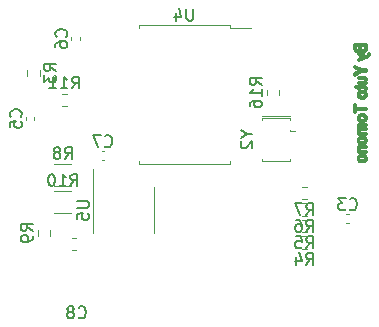
<source format=gbr>
%TF.GenerationSoftware,KiCad,Pcbnew,(5.1.7)-1*%
%TF.CreationDate,2021-02-02T18:20:17+09:00*%
%TF.ProjectId,canboard,63616e62-6f61-4726-942e-6b696361645f,rev?*%
%TF.SameCoordinates,Original*%
%TF.FileFunction,Legend,Bot*%
%TF.FilePolarity,Positive*%
%FSLAX46Y46*%
G04 Gerber Fmt 4.6, Leading zero omitted, Abs format (unit mm)*
G04 Created by KiCad (PCBNEW (5.1.7)-1) date 2021-02-02 18:20:17*
%MOMM*%
%LPD*%
G01*
G04 APERTURE LIST*
%ADD10C,0.254000*%
%ADD11C,0.120000*%
%ADD12C,0.150000*%
G04 APERTURE END LIST*
D10*
X243531013Y-43811288D02*
X243528448Y-43778411D01*
X243538707Y-43841492D02*
X243531013Y-43811288D01*
X243551530Y-43869025D02*
X243538707Y-43841492D01*
X243569483Y-43893885D02*
X243551530Y-43869025D01*
X243592565Y-43916072D02*
X243569483Y-43893885D01*
X243624946Y-43937699D02*
X243592565Y-43916072D01*
X243662609Y-43954520D02*
X243624946Y-43937699D01*
X243705550Y-43966536D02*
X243662609Y-43954520D01*
X243753772Y-43973745D02*
X243705550Y-43966536D01*
X243807274Y-43976148D02*
X243753772Y-43973745D01*
X243854978Y-43974267D02*
X243807274Y-43976148D01*
X243898631Y-43968626D02*
X243854978Y-43974267D01*
X243938233Y-43959224D02*
X243898631Y-43968626D01*
X243973782Y-43946061D02*
X243938233Y-43959224D01*
X244005280Y-43929138D02*
X243973782Y-43946061D01*
X244035345Y-43905943D02*
X244005280Y-43929138D01*
X244058728Y-43879138D02*
X244035345Y-43905943D01*
X244075431Y-43848723D02*
X244058728Y-43879138D01*
X244085453Y-43814698D02*
X244075431Y-43848723D01*
X244088793Y-43777064D02*
X244085453Y-43814698D01*
X244086228Y-43744230D02*
X244088793Y-43777064D01*
X244078534Y-43714046D02*
X244086228Y-43744230D01*
X244065711Y-43686514D02*
X244078534Y-43714046D01*
X244047759Y-43661633D02*
X244065711Y-43686514D01*
X244024677Y-43639402D02*
X244047759Y-43661633D01*
X243991972Y-43617823D02*
X244024677Y-43639402D01*
X243953879Y-43601040D02*
X243991972Y-43617823D01*
X243910399Y-43589052D02*
X243953879Y-43601040D01*
X243861530Y-43581859D02*
X243910399Y-43589052D01*
X243807274Y-43579461D02*
X243861530Y-43581859D01*
X243760124Y-43581342D02*
X243807274Y-43579461D01*
X243716950Y-43586983D02*
X243760124Y-43581342D01*
X243677753Y-43596385D02*
X243716950Y-43586983D01*
X243642532Y-43609547D02*
X243677753Y-43596385D01*
X243611288Y-43626471D02*
X243642532Y-43609547D01*
X243581466Y-43649445D02*
X243611288Y-43626471D01*
X243558270Y-43676126D02*
X243581466Y-43649445D01*
X243541703Y-43706514D02*
X243558270Y-43676126D01*
X243531762Y-43740609D02*
X243541703Y-43706514D01*
X243528448Y-43778411D02*
X243531762Y-43740609D01*
X243462813Y-43733050D02*
X243459483Y-43778411D01*
X243472802Y-43690932D02*
X243462813Y-43733050D01*
X243489450Y-43652058D02*
X243472802Y-43690932D01*
X243512759Y-43616428D02*
X243489450Y-43652058D01*
X243542726Y-43584041D02*
X243512759Y-43616428D01*
X243584407Y-43551600D02*
X243542726Y-43584041D01*
X243631972Y-43526369D02*
X243584407Y-43551600D01*
X243685420Y-43508346D02*
X243631972Y-43526369D01*
X243744752Y-43497532D02*
X243685420Y-43508346D01*
X243809968Y-43493928D02*
X243744752Y-43497532D01*
X243866810Y-43496697D02*
X243809968Y-43493928D01*
X243919343Y-43505005D02*
X243866810Y-43496697D01*
X243967565Y-43518852D02*
X243919343Y-43505005D01*
X244011476Y-43538238D02*
X243967565Y-43518852D01*
X244051078Y-43563163D02*
X244011476Y-43538238D01*
X244089483Y-43596762D02*
X244051078Y-43563163D01*
X244119353Y-43634952D02*
X244089483Y-43596762D01*
X244140690Y-43677732D02*
X244119353Y-43634952D01*
X244153491Y-43725102D02*
X244140690Y-43677732D01*
X244157759Y-43777064D02*
X244153491Y-43725102D01*
X244154402Y-43822231D02*
X244157759Y-43777064D01*
X244144332Y-43864197D02*
X244154402Y-43822231D01*
X244127548Y-43902963D02*
X244144332Y-43864197D01*
X244104052Y-43938529D02*
X244127548Y-43902963D01*
X244073842Y-43970894D02*
X244104052Y-43938529D01*
X244031923Y-44003529D02*
X244073842Y-43970894D01*
X243984186Y-44028912D02*
X244031923Y-44003529D01*
X243930630Y-44047042D02*
X243984186Y-44028912D01*
X243871255Y-44057920D02*
X243930630Y-44047042D01*
X243806061Y-44061546D02*
X243871255Y-44057920D01*
X243749386Y-44058728D02*
X243806061Y-44061546D01*
X243696923Y-44050275D02*
X243749386Y-44058728D01*
X243648675Y-44036185D02*
X243696923Y-44050275D01*
X243604639Y-44016460D02*
X243648675Y-44036185D01*
X243564817Y-43991099D02*
X243604639Y-44016460D01*
X243526897Y-43957333D02*
X243564817Y-43991099D01*
X243497403Y-43919181D02*
X243526897Y-43957333D01*
X243476336Y-43876643D02*
X243497403Y-43919181D01*
X243463696Y-43829720D02*
X243476336Y-43876643D01*
X243459483Y-43778411D02*
X243463696Y-43829720D01*
X243476724Y-42761169D02*
X243476724Y-42841449D01*
X244149138Y-42761169D02*
X243476724Y-42761169D01*
X244149138Y-42844009D02*
X244149138Y-42761169D01*
X243676616Y-42844009D02*
X244149138Y-42844009D01*
X243626379Y-42886234D02*
X243676616Y-42844009D01*
X243587306Y-42929397D02*
X243626379Y-42886234D01*
X243559397Y-42973497D02*
X243587306Y-42929397D01*
X243542651Y-43018534D02*
X243559397Y-42973497D01*
X243537069Y-43064510D02*
X243542651Y-43018534D01*
X243543017Y-43109170D02*
X243537069Y-43064510D01*
X243560862Y-43143906D02*
X243543017Y-43109170D01*
X243590603Y-43168718D02*
X243560862Y-43143906D01*
X243632241Y-43183605D02*
X243590603Y-43168718D01*
X243685776Y-43188567D02*
X243632241Y-43183605D01*
X244149138Y-43188567D02*
X243685776Y-43188567D01*
X244149138Y-43272619D02*
X244149138Y-43188567D01*
X243649542Y-43272619D02*
X244149138Y-43272619D01*
X243617893Y-43270792D02*
X243649542Y-43272619D01*
X243588788Y-43265313D02*
X243617893Y-43270792D01*
X243562225Y-43256180D02*
X243588788Y-43265313D01*
X243538206Y-43243394D02*
X243562225Y-43256180D01*
X243516730Y-43226956D02*
X243538206Y-43243394D01*
X243496121Y-43205043D02*
X243516730Y-43226956D01*
X243480092Y-43179930D02*
X243496121Y-43205043D01*
X243468642Y-43151616D02*
X243480092Y-43179930D01*
X243461773Y-43120102D02*
X243468642Y-43151616D01*
X243459483Y-43085388D02*
X243461773Y-43120102D01*
X243465000Y-43033475D02*
X243459483Y-43085388D01*
X243481552Y-42983125D02*
X243465000Y-43033475D01*
X243509138Y-42934337D02*
X243481552Y-42983125D01*
X243547759Y-42887112D02*
X243509138Y-42934337D01*
X243597414Y-42841449D02*
X243547759Y-42887112D01*
X243476724Y-42841449D02*
X243597414Y-42841449D01*
X243531013Y-42285425D02*
X243528448Y-42252548D01*
X243538707Y-42315630D02*
X243531013Y-42285425D01*
X243551530Y-42343163D02*
X243538707Y-42315630D01*
X243569483Y-42368023D02*
X243551530Y-42343163D01*
X243592565Y-42390210D02*
X243569483Y-42368023D01*
X243624946Y-42411837D02*
X243592565Y-42390210D01*
X243662609Y-42428658D02*
X243624946Y-42411837D01*
X243705550Y-42440673D02*
X243662609Y-42428658D01*
X243753772Y-42447883D02*
X243705550Y-42440673D01*
X243807274Y-42450286D02*
X243753772Y-42447883D01*
X243854978Y-42448405D02*
X243807274Y-42450286D01*
X243898631Y-42442764D02*
X243854978Y-42448405D01*
X243938233Y-42433362D02*
X243898631Y-42442764D01*
X243973782Y-42420199D02*
X243938233Y-42433362D01*
X244005280Y-42403276D02*
X243973782Y-42420199D01*
X244035345Y-42380081D02*
X244005280Y-42403276D01*
X244058728Y-42353276D02*
X244035345Y-42380081D01*
X244075431Y-42322861D02*
X244058728Y-42353276D01*
X244085453Y-42288836D02*
X244075431Y-42322861D01*
X244088793Y-42251201D02*
X244085453Y-42288836D01*
X244086228Y-42218367D02*
X244088793Y-42251201D01*
X244078534Y-42188184D02*
X244086228Y-42218367D01*
X244065711Y-42160652D02*
X244078534Y-42188184D01*
X244047759Y-42135770D02*
X244065711Y-42160652D01*
X244024677Y-42113540D02*
X244047759Y-42135770D01*
X243991972Y-42091960D02*
X244024677Y-42113540D01*
X243953879Y-42075177D02*
X243991972Y-42091960D01*
X243910399Y-42063190D02*
X243953879Y-42075177D01*
X243861530Y-42055997D02*
X243910399Y-42063190D01*
X243807274Y-42053599D02*
X243861530Y-42055997D01*
X243760124Y-42055479D02*
X243807274Y-42053599D01*
X243716950Y-42061121D02*
X243760124Y-42055479D01*
X243677753Y-42070523D02*
X243716950Y-42061121D01*
X243642532Y-42083685D02*
X243677753Y-42070523D01*
X243611288Y-42100609D02*
X243642532Y-42083685D01*
X243581466Y-42123583D02*
X243611288Y-42100609D01*
X243558270Y-42150264D02*
X243581466Y-42123583D01*
X243541703Y-42180652D02*
X243558270Y-42150264D01*
X243531762Y-42214747D02*
X243541703Y-42180652D01*
X243528448Y-42252548D02*
X243531762Y-42214747D01*
X243462813Y-42207188D02*
X243459483Y-42252548D01*
X243472802Y-42165070D02*
X243462813Y-42207188D01*
X243489450Y-42126196D02*
X243472802Y-42165070D01*
X243512759Y-42090566D02*
X243489450Y-42126196D01*
X243542726Y-42058179D02*
X243512759Y-42090566D01*
X243584407Y-42025738D02*
X243542726Y-42058179D01*
X243631972Y-42000506D02*
X243584407Y-42025738D01*
X243685420Y-41982483D02*
X243631972Y-42000506D01*
X243744752Y-41971669D02*
X243685420Y-41982483D01*
X243809968Y-41968066D02*
X243744752Y-41971669D01*
X243866810Y-41970834D02*
X243809968Y-41968066D01*
X243919343Y-41979143D02*
X243866810Y-41970834D01*
X243967565Y-41992990D02*
X243919343Y-41979143D01*
X244011476Y-42012376D02*
X243967565Y-41992990D01*
X244051078Y-42037300D02*
X244011476Y-42012376D01*
X244089483Y-42070900D02*
X244051078Y-42037300D01*
X244119353Y-42109089D02*
X244089483Y-42070900D01*
X244140690Y-42151870D02*
X244119353Y-42109089D01*
X244153491Y-42199240D02*
X244140690Y-42151870D01*
X244157759Y-42251201D02*
X244153491Y-42199240D01*
X244154402Y-42296369D02*
X244157759Y-42251201D01*
X244144332Y-42338335D02*
X244154402Y-42296369D01*
X244127548Y-42377101D02*
X244144332Y-42338335D01*
X244104052Y-42412667D02*
X244127548Y-42377101D01*
X244073842Y-42445032D02*
X244104052Y-42412667D01*
X244031923Y-42477667D02*
X244073842Y-42445032D01*
X243984186Y-42503050D02*
X244031923Y-42477667D01*
X243930630Y-42521180D02*
X243984186Y-42503050D01*
X243871255Y-42532058D02*
X243930630Y-42521180D01*
X243806061Y-42535684D02*
X243871255Y-42532058D01*
X243749386Y-42532866D02*
X243806061Y-42535684D01*
X243696923Y-42524413D02*
X243749386Y-42532866D01*
X243648675Y-42510323D02*
X243696923Y-42524413D01*
X243604639Y-42490598D02*
X243648675Y-42510323D01*
X243564817Y-42465237D02*
X243604639Y-42490598D01*
X243526897Y-42431471D02*
X243564817Y-42465237D01*
X243497403Y-42393319D02*
X243526897Y-42431471D01*
X243476336Y-42350781D02*
X243497403Y-42393319D01*
X243463696Y-42303858D02*
X243476336Y-42350781D01*
X243459483Y-42252548D02*
X243463696Y-42303858D01*
X243476724Y-40864617D02*
X243476724Y-40943551D01*
X244149138Y-40864617D02*
X243476724Y-40864617D01*
X244149138Y-40946110D02*
X244149138Y-40864617D01*
X243676616Y-40946110D02*
X244149138Y-40946110D01*
X243652775Y-40962473D02*
X243676616Y-40946110D01*
X243631034Y-40979666D02*
X243652775Y-40962473D01*
X243611395Y-40997689D02*
X243631034Y-40979666D01*
X243593858Y-41016541D02*
X243611395Y-40997689D01*
X243578421Y-41036223D02*
X243593858Y-41016541D01*
X243563534Y-41058615D02*
X243578421Y-41036223D01*
X243551956Y-41080964D02*
X243563534Y-41058615D01*
X243543685Y-41103270D02*
X243551956Y-41080964D01*
X243538723Y-41125533D02*
X243543685Y-41103270D01*
X243537069Y-41147753D02*
X243538723Y-41125533D01*
X243543017Y-41190038D02*
X243537069Y-41147753D01*
X243560862Y-41222926D02*
X243543017Y-41190038D01*
X243590603Y-41246417D02*
X243560862Y-41222926D01*
X243632241Y-41260512D02*
X243590603Y-41246417D01*
X243685776Y-41265210D02*
X243632241Y-41260512D01*
X244149138Y-41265210D02*
X243685776Y-41265210D01*
X244149138Y-41348050D02*
X244149138Y-41265210D01*
X243676616Y-41348050D02*
X244149138Y-41348050D01*
X243653712Y-41363610D02*
X243676616Y-41348050D01*
X243632629Y-41380011D02*
X243653712Y-41363610D01*
X243613367Y-41397252D02*
X243632629Y-41380011D01*
X243595927Y-41415334D02*
X243613367Y-41397252D01*
X243580307Y-41434256D02*
X243595927Y-41415334D01*
X243564741Y-41457134D02*
X243580307Y-41434256D01*
X243552635Y-41479860D02*
X243564741Y-41457134D01*
X243543987Y-41502435D02*
X243552635Y-41479860D01*
X243538798Y-41524860D02*
X243543987Y-41502435D01*
X243537069Y-41547134D02*
X243538798Y-41524860D01*
X243543017Y-41591018D02*
X243537069Y-41547134D01*
X243560862Y-41625151D02*
X243543017Y-41591018D01*
X243590603Y-41649531D02*
X243560862Y-41625151D01*
X243632241Y-41664159D02*
X243590603Y-41649531D01*
X243685776Y-41669036D02*
X243632241Y-41664159D01*
X244149138Y-41669036D02*
X243685776Y-41669036D01*
X244149138Y-41751875D02*
X244149138Y-41669036D01*
X243649542Y-41751875D02*
X244149138Y-41751875D01*
X243617893Y-41750102D02*
X243649542Y-41751875D01*
X243588788Y-41744784D02*
X243617893Y-41750102D01*
X243562225Y-41735921D02*
X243588788Y-41744784D01*
X243538206Y-41723513D02*
X243562225Y-41735921D01*
X243516730Y-41707559D02*
X243538206Y-41723513D01*
X243496121Y-41686191D02*
X243516730Y-41707559D01*
X243480092Y-41661740D02*
X243496121Y-41686191D01*
X243468642Y-41634208D02*
X243480092Y-41661740D01*
X243461773Y-41603594D02*
X243468642Y-41634208D01*
X243459483Y-41569898D02*
X243461773Y-41603594D01*
X243464952Y-41520727D02*
X243459483Y-41569898D01*
X243481358Y-41473432D02*
X243464952Y-41520727D01*
X243508702Y-41428012D02*
X243481358Y-41473432D01*
X243546983Y-41384467D02*
X243508702Y-41428012D01*
X243596202Y-41342796D02*
X243546983Y-41384467D01*
X243574591Y-41338265D02*
X243596202Y-41342796D01*
X243554477Y-41330921D02*
X243574591Y-41338265D01*
X243535862Y-41320765D02*
X243554477Y-41330921D01*
X243518745Y-41307796D02*
X243535862Y-41320765D01*
X243503125Y-41292015D02*
X243518745Y-41307796D01*
X243487414Y-41271245D02*
X243503125Y-41292015D01*
X243475194Y-41248588D02*
X243487414Y-41271245D01*
X243466466Y-41224046D02*
X243475194Y-41248588D01*
X243461228Y-41197619D02*
X243466466Y-41224046D01*
X243459483Y-41169305D02*
X243461228Y-41197619D01*
X243465000Y-41121439D02*
X243459483Y-41169305D01*
X243481552Y-41074930D02*
X243465000Y-41121439D01*
X243509138Y-41029779D02*
X243481552Y-41074930D01*
X243547759Y-40985986D02*
X243509138Y-41029779D01*
X243597414Y-40943551D02*
X243547759Y-40985986D01*
X243476724Y-40943551D02*
X243597414Y-40943551D01*
X243531013Y-40388874D02*
X243528448Y-40355997D01*
X243538707Y-40419079D02*
X243531013Y-40388874D01*
X243551530Y-40446611D02*
X243538707Y-40419079D01*
X243569483Y-40471471D02*
X243551530Y-40446611D01*
X243592565Y-40493658D02*
X243569483Y-40471471D01*
X243624946Y-40515286D02*
X243592565Y-40493658D01*
X243662609Y-40532107D02*
X243624946Y-40515286D01*
X243705550Y-40544122D02*
X243662609Y-40532107D01*
X243753772Y-40551331D02*
X243705550Y-40544122D01*
X243807274Y-40553734D02*
X243753772Y-40551331D01*
X243854978Y-40551853D02*
X243807274Y-40553734D01*
X243898631Y-40546212D02*
X243854978Y-40551853D01*
X243938233Y-40536810D02*
X243898631Y-40546212D01*
X243973782Y-40523648D02*
X243938233Y-40536810D01*
X244005280Y-40506724D02*
X243973782Y-40523648D01*
X244035345Y-40483529D02*
X244005280Y-40506724D01*
X244058728Y-40456724D02*
X244035345Y-40483529D01*
X244075431Y-40426309D02*
X244058728Y-40456724D01*
X244085453Y-40392284D02*
X244075431Y-40426309D01*
X244088793Y-40354650D02*
X244085453Y-40392284D01*
X244086228Y-40321816D02*
X244088793Y-40354650D01*
X244078534Y-40291633D02*
X244086228Y-40321816D01*
X244065711Y-40264100D02*
X244078534Y-40291633D01*
X244047759Y-40239219D02*
X244065711Y-40264100D01*
X244024677Y-40216988D02*
X244047759Y-40239219D01*
X243991972Y-40195409D02*
X244024677Y-40216988D01*
X243953879Y-40178626D02*
X243991972Y-40195409D01*
X243910399Y-40166638D02*
X243953879Y-40178626D01*
X243861530Y-40159445D02*
X243910399Y-40166638D01*
X243807274Y-40157047D02*
X243861530Y-40159445D01*
X243760124Y-40158928D02*
X243807274Y-40157047D01*
X243716950Y-40164569D02*
X243760124Y-40158928D01*
X243677753Y-40173971D02*
X243716950Y-40164569D01*
X243642532Y-40187134D02*
X243677753Y-40173971D01*
X243611288Y-40204057D02*
X243642532Y-40187134D01*
X243581466Y-40227031D02*
X243611288Y-40204057D01*
X243558270Y-40253712D02*
X243581466Y-40227031D01*
X243541703Y-40284100D02*
X243558270Y-40253712D01*
X243531762Y-40318195D02*
X243541703Y-40284100D01*
X243528448Y-40355997D02*
X243531762Y-40318195D01*
X243462813Y-40310636D02*
X243459483Y-40355997D01*
X243472802Y-40268518D02*
X243462813Y-40310636D01*
X243489450Y-40229644D02*
X243472802Y-40268518D01*
X243512759Y-40194014D02*
X243489450Y-40229644D01*
X243542726Y-40161627D02*
X243512759Y-40194014D01*
X243584407Y-40129186D02*
X243542726Y-40161627D01*
X243631972Y-40103955D02*
X243584407Y-40129186D01*
X243685420Y-40085932D02*
X243631972Y-40103955D01*
X243744752Y-40075119D02*
X243685420Y-40085932D01*
X243809968Y-40071514D02*
X243744752Y-40075119D01*
X243866810Y-40074283D02*
X243809968Y-40071514D01*
X243919343Y-40082592D02*
X243866810Y-40074283D01*
X243967565Y-40096439D02*
X243919343Y-40082592D01*
X244011476Y-40115824D02*
X243967565Y-40096439D01*
X244051078Y-40140749D02*
X244011476Y-40115824D01*
X244089483Y-40174348D02*
X244051078Y-40140749D01*
X244119353Y-40212538D02*
X244089483Y-40174348D01*
X244140690Y-40255318D02*
X244119353Y-40212538D01*
X244153491Y-40302689D02*
X244140690Y-40255318D01*
X244157759Y-40354650D02*
X244153491Y-40302689D01*
X244154402Y-40399817D02*
X244157759Y-40354650D01*
X244144332Y-40441783D02*
X244154402Y-40399817D01*
X244127548Y-40480550D02*
X244144332Y-40441783D01*
X244104052Y-40516115D02*
X244127548Y-40480550D01*
X244073842Y-40548481D02*
X244104052Y-40516115D01*
X244031923Y-40581115D02*
X244073842Y-40548481D01*
X243984186Y-40606498D02*
X244031923Y-40581115D01*
X243930630Y-40624628D02*
X243984186Y-40606498D01*
X243871255Y-40635506D02*
X243930630Y-40624628D01*
X243806061Y-40639133D02*
X243871255Y-40635506D01*
X243749386Y-40636315D02*
X243806061Y-40639133D01*
X243696923Y-40627861D02*
X243749386Y-40636315D01*
X243648675Y-40613772D02*
X243696923Y-40627861D01*
X243604639Y-40594046D02*
X243648675Y-40613772D01*
X243564817Y-40568685D02*
X243604639Y-40594046D01*
X243526897Y-40534919D02*
X243564817Y-40568685D01*
X243497403Y-40496767D02*
X243526897Y-40534919D01*
X243476336Y-40454230D02*
X243497403Y-40496767D01*
X243463696Y-40407306D02*
X243476336Y-40454230D01*
X243459483Y-40355997D02*
X243463696Y-40407306D01*
X243175000Y-39207290D02*
X243175000Y-39921730D01*
X243252586Y-39207290D02*
X243175000Y-39207290D01*
X243252586Y-39519790D02*
X243252586Y-39207290D01*
X244149138Y-39519790D02*
X243252586Y-39519790D01*
X244149138Y-39607883D02*
X244149138Y-39519790D01*
X243252586Y-39607883D02*
X244149138Y-39607883D01*
X243252586Y-39921730D02*
X243252586Y-39607883D01*
X243175000Y-39921730D02*
X243252586Y-39921730D01*
X243531013Y-38423357D02*
X243528448Y-38390480D01*
X243538707Y-38453561D02*
X243531013Y-38423357D01*
X243551530Y-38481094D02*
X243538707Y-38453561D01*
X243569483Y-38505954D02*
X243551530Y-38481094D01*
X243592565Y-38528141D02*
X243569483Y-38505954D01*
X243624946Y-38549768D02*
X243592565Y-38528141D01*
X243662609Y-38566589D02*
X243624946Y-38549768D01*
X243705550Y-38578605D02*
X243662609Y-38566589D01*
X243753772Y-38585814D02*
X243705550Y-38578605D01*
X243807274Y-38588217D02*
X243753772Y-38585814D01*
X243854978Y-38586336D02*
X243807274Y-38588217D01*
X243898631Y-38580695D02*
X243854978Y-38586336D01*
X243938233Y-38571293D02*
X243898631Y-38580695D01*
X243973782Y-38558130D02*
X243938233Y-38571293D01*
X244005280Y-38541207D02*
X243973782Y-38558130D01*
X244035345Y-38518012D02*
X244005280Y-38541207D01*
X244058728Y-38491207D02*
X244035345Y-38518012D01*
X244075431Y-38460792D02*
X244058728Y-38491207D01*
X244085453Y-38426767D02*
X244075431Y-38460792D01*
X244088793Y-38389133D02*
X244085453Y-38426767D01*
X244086228Y-38356298D02*
X244088793Y-38389133D01*
X244078534Y-38326115D02*
X244086228Y-38356298D01*
X244065711Y-38298583D02*
X244078534Y-38326115D01*
X244047759Y-38273702D02*
X244065711Y-38298583D01*
X244024677Y-38251471D02*
X244047759Y-38273702D01*
X243991972Y-38229892D02*
X244024677Y-38251471D01*
X243953879Y-38213109D02*
X243991972Y-38229892D01*
X243910399Y-38201121D02*
X243953879Y-38213109D01*
X243861530Y-38193928D02*
X243910399Y-38201121D01*
X243807274Y-38191530D02*
X243861530Y-38193928D01*
X243760124Y-38193411D02*
X243807274Y-38191530D01*
X243716950Y-38199052D02*
X243760124Y-38193411D01*
X243677753Y-38208454D02*
X243716950Y-38199052D01*
X243642532Y-38221616D02*
X243677753Y-38208454D01*
X243611288Y-38238540D02*
X243642532Y-38221616D01*
X243581466Y-38261514D02*
X243611288Y-38238540D01*
X243558270Y-38288195D02*
X243581466Y-38261514D01*
X243541703Y-38318583D02*
X243558270Y-38288195D01*
X243531762Y-38352678D02*
X243541703Y-38318583D01*
X243528448Y-38390480D02*
X243531762Y-38352678D01*
X243462813Y-38345119D02*
X243459483Y-38390480D01*
X243472802Y-38303001D02*
X243462813Y-38345119D01*
X243489450Y-38264127D02*
X243472802Y-38303001D01*
X243512759Y-38228497D02*
X243489450Y-38264127D01*
X243542726Y-38196110D02*
X243512759Y-38228497D01*
X243584407Y-38163669D02*
X243542726Y-38196110D01*
X243631972Y-38138438D02*
X243584407Y-38163669D01*
X243685420Y-38120415D02*
X243631972Y-38138438D01*
X243744752Y-38109601D02*
X243685420Y-38120415D01*
X243809968Y-38105997D02*
X243744752Y-38109601D01*
X243866810Y-38108766D02*
X243809968Y-38105997D01*
X243919343Y-38117073D02*
X243866810Y-38108766D01*
X243967565Y-38130921D02*
X243919343Y-38117073D01*
X244011476Y-38150307D02*
X243967565Y-38130921D01*
X244051078Y-38175232D02*
X244011476Y-38150307D01*
X244089483Y-38208831D02*
X244051078Y-38175232D01*
X244119353Y-38247020D02*
X244089483Y-38208831D01*
X244140690Y-38289801D02*
X244119353Y-38247020D01*
X244153491Y-38337171D02*
X244140690Y-38289801D01*
X244157759Y-38389133D02*
X244153491Y-38337171D01*
X244154402Y-38434300D02*
X244157759Y-38389133D01*
X244144332Y-38476266D02*
X244154402Y-38434300D01*
X244127548Y-38515032D02*
X244144332Y-38476266D01*
X244104052Y-38550598D02*
X244127548Y-38515032D01*
X244073842Y-38582963D02*
X244104052Y-38550598D01*
X244031923Y-38615598D02*
X244073842Y-38582963D01*
X243984186Y-38640981D02*
X244031923Y-38615598D01*
X243930630Y-38659111D02*
X243984186Y-38640981D01*
X243871255Y-38669989D02*
X243930630Y-38659111D01*
X243806061Y-38673615D02*
X243871255Y-38669989D01*
X243749386Y-38670797D02*
X243806061Y-38673615D01*
X243696923Y-38662344D02*
X243749386Y-38670797D01*
X243648675Y-38648254D02*
X243696923Y-38662344D01*
X243604639Y-38628529D02*
X243648675Y-38648254D01*
X243564817Y-38603168D02*
X243604639Y-38628529D01*
X243526897Y-38569402D02*
X243564817Y-38603168D01*
X243497403Y-38531250D02*
X243526897Y-38569402D01*
X243476336Y-38488712D02*
X243497403Y-38531250D01*
X243463696Y-38441789D02*
X243476336Y-38488712D01*
X243459483Y-38390480D02*
X243463696Y-38441789D01*
X243254472Y-37708233D02*
X243235345Y-37791072D01*
X243476724Y-37708233D02*
X243254472Y-37708233D01*
X243476724Y-37593470D02*
X243476724Y-37708233D01*
X243545690Y-37593470D02*
X243476724Y-37593470D01*
X243545690Y-37708233D02*
X243545690Y-37593470D01*
X243992349Y-37708233D02*
X243545690Y-37708233D01*
X244051897Y-37714968D02*
X243992349Y-37708233D01*
X244098211Y-37735172D02*
X244051897Y-37714968D01*
X244131293Y-37768847D02*
X244098211Y-37735172D01*
X244151142Y-37815991D02*
X244131293Y-37768847D01*
X244157759Y-37876606D02*
X244151142Y-37815991D01*
X244157462Y-37897284D02*
X244157759Y-37876606D01*
X244156573Y-37917080D02*
X244157462Y-37897284D01*
X244155092Y-37935991D02*
X244156573Y-37917080D01*
X244153017Y-37954019D02*
X244155092Y-37935991D01*
X244150350Y-37971164D02*
X244153017Y-37954019D01*
X244080172Y-37977090D02*
X244150350Y-37971164D01*
X244083276Y-37959607D02*
X244080172Y-37977090D01*
X244085690Y-37942177D02*
X244083276Y-37959607D01*
X244087414Y-37924801D02*
X244085690Y-37942177D01*
X244088448Y-37907478D02*
X244087414Y-37924801D01*
X244088793Y-37890210D02*
X244088448Y-37907478D01*
X244084149Y-37854520D02*
X244088793Y-37890210D01*
X244070216Y-37826762D02*
X244084149Y-37854520D01*
X244046994Y-37806934D02*
X244070216Y-37826762D01*
X244014483Y-37795038D02*
X244046994Y-37806934D01*
X243972683Y-37791072D02*
X244014483Y-37795038D01*
X243545690Y-37791072D02*
X243972683Y-37791072D01*
X243545690Y-37959444D02*
X243545690Y-37791072D01*
X243476724Y-37959444D02*
X243545690Y-37959444D01*
X243476724Y-37791072D02*
X243476724Y-37959444D01*
X243235345Y-37791072D02*
X243476724Y-37791072D01*
X243476724Y-37325151D02*
X243476724Y-37407990D01*
X243939009Y-37325151D02*
X243476724Y-37325151D01*
X243961455Y-37309790D02*
X243939009Y-37325151D01*
X243982349Y-37292909D02*
X243961455Y-37309790D01*
X244001692Y-37274510D02*
X243982349Y-37292909D01*
X244019483Y-37254591D02*
X244001692Y-37274510D01*
X244035722Y-37233152D02*
X244019483Y-37254591D01*
X244051724Y-37207640D02*
X244035722Y-37233152D01*
X244064170Y-37182290D02*
X244051724Y-37207640D01*
X244073060Y-37157101D02*
X244064170Y-37182290D01*
X244078394Y-37132074D02*
X244073060Y-37157101D01*
X244080172Y-37107209D02*
X244078394Y-37132074D01*
X244074682Y-37061191D02*
X244080172Y-37107209D01*
X244058211Y-37025399D02*
X244074682Y-37061191D01*
X244030760Y-36999833D02*
X244058211Y-37025399D01*
X243992328Y-36984494D02*
X244030760Y-36999833D01*
X243942915Y-36979380D02*
X243992328Y-36984494D01*
X243476724Y-36979380D02*
X243942915Y-36979380D01*
X243476724Y-36895194D02*
X243476724Y-36979380D01*
X243971471Y-36895194D02*
X243476724Y-36895194D01*
X244003362Y-36897123D02*
X243971471Y-36895194D01*
X244032548Y-36902909D02*
X244003362Y-36897123D01*
X244059030Y-36912554D02*
X244032548Y-36902909D01*
X244082807Y-36926056D02*
X244059030Y-36912554D01*
X244103879Y-36943416D02*
X244082807Y-36926056D01*
X244123276Y-36965587D02*
X244103879Y-36943416D01*
X244138362Y-36990830D02*
X244123276Y-36965587D01*
X244149138Y-37019143D02*
X244138362Y-36990830D01*
X244155603Y-37050528D02*
X244149138Y-37019143D01*
X244157759Y-37084984D02*
X244155603Y-37050528D01*
X244156455Y-37110954D02*
X244157759Y-37084984D01*
X244152543Y-37136600D02*
X244156455Y-37110954D01*
X244146024Y-37161923D02*
X244152543Y-37136600D01*
X244136897Y-37186923D02*
X244146024Y-37161923D01*
X244125162Y-37211600D02*
X244136897Y-37186923D01*
X244109095Y-37239003D02*
X244125162Y-37211600D01*
X244090528Y-37264316D02*
X244109095Y-37239003D01*
X244069461Y-37287538D02*
X244090528Y-37264316D01*
X244045894Y-37308669D02*
X244069461Y-37287538D01*
X244019828Y-37327710D02*
X244045894Y-37308669D01*
X244149138Y-37327710D02*
X244019828Y-37327710D01*
X244149138Y-37407990D02*
X244149138Y-37327710D01*
X243476724Y-37407990D02*
X244149138Y-37407990D01*
X243175000Y-36610442D02*
X243175000Y-36706886D01*
X243581923Y-36374181D02*
X243175000Y-36610442D01*
X243586697Y-36371277D02*
X243581923Y-36374181D01*
X243592613Y-36367737D02*
X243586697Y-36371277D01*
X243599671Y-36363561D02*
X243592613Y-36367737D01*
X243607872Y-36358750D02*
X243599671Y-36363561D01*
X243617214Y-36353303D02*
X243607872Y-36358750D01*
X243626983Y-36347527D02*
X243617214Y-36353303D01*
X243635921Y-36342161D02*
X243626983Y-36347527D01*
X243644030Y-36337204D02*
X243635921Y-36342161D01*
X243651309Y-36332656D02*
X243644030Y-36337204D01*
X243657760Y-36328518D02*
X243651309Y-36332656D01*
X243638982Y-36318125D02*
X243657760Y-36328518D01*
X243622414Y-36308820D02*
X243638982Y-36318125D01*
X243608055Y-36300603D02*
X243622414Y-36308820D01*
X243595905Y-36293475D02*
X243608055Y-36300603D01*
X243585964Y-36287435D02*
X243595905Y-36293475D01*
X243175000Y-36051309D02*
X243585964Y-36287435D01*
X243175000Y-35949477D02*
X243175000Y-36051309D01*
X243734806Y-36279623D02*
X243175000Y-35949477D01*
X244149138Y-36279623D02*
X243734806Y-36279623D01*
X244149138Y-36368928D02*
X244149138Y-36279623D01*
X243734806Y-36368928D02*
X244149138Y-36368928D01*
X243175000Y-36706886D02*
X243734806Y-36368928D01*
X243476724Y-35380108D02*
X243476724Y-35465641D01*
X243905738Y-35238540D02*
X243476724Y-35380108D01*
X243913712Y-35236094D02*
X243905738Y-35238540D01*
X243924057Y-35232850D02*
X243913712Y-35236094D01*
X243936773Y-35228809D02*
X243924057Y-35232850D01*
X243951859Y-35223971D02*
X243936773Y-35228809D01*
X243969316Y-35218335D02*
X243951859Y-35223971D01*
X243987171Y-35212802D02*
X243969316Y-35218335D01*
X244003561Y-35207624D02*
X243987171Y-35212802D01*
X244018486Y-35202802D02*
X244003561Y-35207624D01*
X244031945Y-35198335D02*
X244018486Y-35202802D01*
X244043939Y-35194224D02*
X244031945Y-35198335D01*
X244043939Y-35187759D02*
X244043939Y-35194224D01*
X244008152Y-35177586D02*
X244043939Y-35187759D01*
X243976762Y-35168513D02*
X244008152Y-35177586D01*
X243949768Y-35160539D02*
X243976762Y-35168513D01*
X243927171Y-35153664D02*
X243949768Y-35160539D01*
X243908971Y-35147888D02*
X243927171Y-35153664D01*
X243476724Y-35003087D02*
X243908971Y-35147888D01*
X243476724Y-34913648D02*
X243476724Y-35003087D01*
X244135668Y-35151794D02*
X243476724Y-34913648D01*
X244167861Y-35139402D02*
X244135668Y-35151794D01*
X244197527Y-35127689D02*
X244167861Y-35139402D01*
X244223702Y-35115501D02*
X244197527Y-35127689D01*
X244246385Y-35102839D02*
X244223702Y-35115501D01*
X244265577Y-35089704D02*
X244246385Y-35102839D01*
X244281277Y-35076094D02*
X244265577Y-35089704D01*
X244295776Y-35059817D02*
X244281277Y-35076094D01*
X244307053Y-35041697D02*
X244295776Y-35059817D01*
X244315108Y-35021735D02*
X244307053Y-35041697D01*
X244319941Y-34999929D02*
X244315108Y-35021735D01*
X244321552Y-34976282D02*
X244319941Y-34999929D01*
X244321207Y-34963836D02*
X244321552Y-34976282D01*
X244320172Y-34950959D02*
X244321207Y-34963836D01*
X244318448Y-34937651D02*
X244320172Y-34950959D01*
X244316034Y-34923912D02*
X244318448Y-34937651D01*
X244312931Y-34909741D02*
X244316034Y-34923912D01*
X244385264Y-34916342D02*
X244312931Y-34909741D01*
X244387155Y-34927274D02*
X244385264Y-34916342D01*
X244388626Y-34938734D02*
X244387155Y-34927274D01*
X244389677Y-34950722D02*
X244388626Y-34938734D01*
X244390307Y-34963238D02*
X244389677Y-34950722D01*
X244390517Y-34976282D02*
X244390307Y-34963238D01*
X244388917Y-35006789D02*
X244390517Y-34976282D01*
X244384116Y-35035162D02*
X244388917Y-35006789D01*
X244376115Y-35061401D02*
X244384116Y-35035162D01*
X244364914Y-35085506D02*
X244376115Y-35061401D01*
X244350512Y-35107478D02*
X244364914Y-35085506D01*
X244328524Y-35131961D02*
X244350512Y-35107478D01*
X244300706Y-35154763D02*
X244328524Y-35131961D01*
X244267058Y-35175884D02*
X244300706Y-35154763D01*
X244227581Y-35195323D02*
X244267058Y-35175884D01*
X244182274Y-35213082D02*
X244227581Y-35195323D01*
X243476724Y-35465641D02*
X244182274Y-35213082D01*
X243675000Y-34387516D02*
X243675000Y-34192473D01*
X243676945Y-34437074D02*
X243675000Y-34387516D01*
X243682780Y-34482408D02*
X243676945Y-34437074D01*
X243692505Y-34523518D02*
X243682780Y-34482408D01*
X243706121Y-34560404D02*
X243692505Y-34523518D01*
X243723626Y-34593066D02*
X243706121Y-34560404D01*
X243746886Y-34623130D02*
X243723626Y-34593066D01*
X243773669Y-34646514D02*
X243746886Y-34623130D01*
X243803976Y-34663217D02*
X243773669Y-34646514D01*
X243837807Y-34673238D02*
X243803976Y-34663217D01*
X243875162Y-34676579D02*
X243837807Y-34673238D01*
X243945862Y-34666455D02*
X243875162Y-34676579D01*
X244000851Y-34636083D02*
X243945862Y-34666455D01*
X244040129Y-34585463D02*
X244000851Y-34636083D01*
X244063696Y-34514596D02*
X244040129Y-34585463D01*
X244071552Y-34423481D02*
X244063696Y-34514596D01*
X244071552Y-34192473D02*
X244071552Y-34423481D01*
X243675000Y-34192473D02*
X244071552Y-34192473D01*
X243252586Y-34405162D02*
X243252586Y-34192473D01*
X243254009Y-34452532D02*
X243252586Y-34405162D01*
X243258276Y-34494429D02*
X243254009Y-34452532D01*
X243265388Y-34530851D02*
X243258276Y-34494429D01*
X243275345Y-34561800D02*
X243265388Y-34530851D01*
X243288147Y-34587274D02*
X243275345Y-34561800D01*
X243305587Y-34608852D02*
X243288147Y-34587274D01*
X243327414Y-34625636D02*
X243305587Y-34608852D01*
X243353626Y-34637624D02*
X243327414Y-34625636D01*
X243384224Y-34644817D02*
X243353626Y-34637624D01*
X243419208Y-34647214D02*
X243384224Y-34644817D01*
X243448712Y-34644865D02*
X243419208Y-34647214D01*
X243475803Y-34637818D02*
X243448712Y-34644865D01*
X243500480Y-34626072D02*
X243475803Y-34637818D01*
X243522742Y-34609628D02*
X243500480Y-34626072D01*
X243542592Y-34588486D02*
X243522742Y-34609628D01*
X243562328Y-34557915D02*
X243542592Y-34588486D01*
X243577678Y-34522020D02*
X243562328Y-34557915D01*
X243588642Y-34480803D02*
X243577678Y-34522020D01*
X243595221Y-34434262D02*
X243588642Y-34480803D01*
X243597414Y-34382398D02*
X243595221Y-34434262D01*
X243597414Y-34192473D02*
X243597414Y-34382398D01*
X243252586Y-34192473D02*
X243597414Y-34192473D01*
X244149138Y-34105727D02*
X243175000Y-34105727D01*
X244149138Y-34435873D02*
X244149138Y-34105727D01*
X244146670Y-34491713D02*
X244149138Y-34435873D01*
X244139267Y-34542856D02*
X244146670Y-34491713D01*
X244126929Y-34589300D02*
X244139267Y-34542856D01*
X244109655Y-34631045D02*
X244126929Y-34589300D01*
X244087446Y-34668093D02*
X244109655Y-34631045D01*
X244056261Y-34704267D02*
X244087446Y-34668093D01*
X244019817Y-34732403D02*
X244056261Y-34704267D01*
X243978114Y-34752500D02*
X244019817Y-34732403D01*
X243931153Y-34764558D02*
X243978114Y-34752500D01*
X243878933Y-34768578D02*
X243931153Y-34764558D01*
X243843249Y-34766282D02*
X243878933Y-34768578D01*
X243810011Y-34759397D02*
X243843249Y-34766282D01*
X243779219Y-34747920D02*
X243810011Y-34759397D01*
X243750873Y-34731853D02*
X243779219Y-34747920D01*
X243724973Y-34711196D02*
X243750873Y-34731853D01*
X243698890Y-34682365D02*
X243724973Y-34711196D01*
X243677214Y-34648567D02*
X243698890Y-34682365D01*
X243659946Y-34609801D02*
X243677214Y-34648567D01*
X243647085Y-34566067D02*
X243659946Y-34609801D01*
X243638631Y-34517365D02*
X243647085Y-34566067D01*
X243631088Y-34517365D02*
X243638631Y-34517365D01*
X243624095Y-34553992D02*
X243631088Y-34517365D01*
X243614106Y-34587581D02*
X243624095Y-34553992D01*
X243601121Y-34618130D02*
X243614106Y-34587581D01*
X243585140Y-34645641D02*
X243601121Y-34618130D01*
X243566164Y-34670113D02*
X243585140Y-34645641D01*
X243540981Y-34694553D02*
X243566164Y-34670113D01*
X243513060Y-34713561D02*
X243540981Y-34694553D01*
X243482403Y-34727139D02*
X243513060Y-34713561D01*
X243449009Y-34735286D02*
X243482403Y-34727139D01*
X243412877Y-34738001D02*
X243449009Y-34735286D01*
X243370927Y-34735415D02*
X243412877Y-34738001D01*
X243333114Y-34727656D02*
X243370927Y-34735415D01*
X243299440Y-34714725D02*
X243333114Y-34727656D01*
X243269903Y-34696622D02*
X243299440Y-34714725D01*
X243244504Y-34673346D02*
X243269903Y-34696622D01*
X243219483Y-34638260D02*
X243244504Y-34673346D01*
X243200022Y-34595070D02*
X243219483Y-34638260D01*
X243186121Y-34543777D02*
X243200022Y-34595070D01*
X243177780Y-34484380D02*
X243186121Y-34543777D01*
X243175000Y-34416880D02*
X243177780Y-34484380D01*
X243175000Y-34105727D02*
X243175000Y-34416880D01*
D11*
%TO.C,R16*%
X235778500Y-37989742D02*
X235778500Y-38464258D01*
X236823500Y-37989742D02*
X236823500Y-38464258D01*
%TO.C,U4*%
X228776000Y-44289800D02*
X224916000Y-44289800D01*
X224916000Y-44289800D02*
X224916000Y-44044800D01*
X228776000Y-44289800D02*
X232636000Y-44289800D01*
X232636000Y-44289800D02*
X232636000Y-44044800D01*
X228776000Y-32519800D02*
X224916000Y-32519800D01*
X224916000Y-32519800D02*
X224916000Y-32764800D01*
X228776000Y-32519800D02*
X232636000Y-32519800D01*
X232636000Y-32519800D02*
X232636000Y-32764800D01*
X232636000Y-32764800D02*
X234451000Y-32764800D01*
%TO.C,Y2*%
X235355000Y-44027000D02*
X237355000Y-44027000D01*
X237355000Y-40427000D02*
X235355000Y-40427000D01*
X237755000Y-41477000D02*
X238155000Y-41477000D01*
X235355000Y-40227000D02*
X237355000Y-40227000D01*
X237355000Y-44027000D02*
X237755000Y-44027000D01*
X237355000Y-40427000D02*
X237755000Y-40427000D01*
X237355000Y-40227000D02*
X237755000Y-40227000D01*
X235355000Y-40427000D02*
X235355000Y-40577000D01*
X237755000Y-40427000D02*
X237755000Y-40577000D01*
X237755000Y-41477000D02*
X237755000Y-41427000D01*
X237755000Y-44027000D02*
X237755000Y-43877000D01*
X235355000Y-44027000D02*
X235355000Y-43877000D01*
%TO.C,U5*%
X226207000Y-48195000D02*
X226207000Y-50145000D01*
X226207000Y-48195000D02*
X226207000Y-46245000D01*
X221087000Y-48195000D02*
X221087000Y-50145000D01*
X221087000Y-48195000D02*
X221087000Y-44745000D01*
%TO.C,R11*%
X218868258Y-38339500D02*
X218393742Y-38339500D01*
X218868258Y-39384500D02*
X218393742Y-39384500D01*
%TO.C,R10*%
X219228564Y-46588000D02*
X217774436Y-46588000D01*
X219228564Y-48408000D02*
X217774436Y-48408000D01*
%TO.C,R9*%
X216393500Y-49863742D02*
X216393500Y-50338258D01*
X217438500Y-49863742D02*
X217438500Y-50338258D01*
%TO.C,R8*%
X219228564Y-44302000D02*
X217774436Y-44302000D01*
X219228564Y-46122000D02*
X217774436Y-46122000D01*
%TO.C,R7*%
X238712742Y-47258500D02*
X239187258Y-47258500D01*
X238712742Y-46213500D02*
X239187258Y-46213500D01*
%TO.C,R6*%
X238712742Y-48655500D02*
X239187258Y-48655500D01*
X238712742Y-47610500D02*
X239187258Y-47610500D01*
%TO.C,R5*%
X238712742Y-49007500D02*
X239187258Y-49007500D01*
X238712742Y-50052500D02*
X239187258Y-50052500D01*
%TO.C,R4*%
X238712742Y-50404500D02*
X239187258Y-50404500D01*
X238712742Y-51449500D02*
X239187258Y-51449500D01*
%TO.C,R3*%
X216549500Y-36813258D02*
X216549500Y-36338742D01*
X215504500Y-36813258D02*
X215504500Y-36338742D01*
%TO.C,C8*%
X219315420Y-51564000D02*
X219596580Y-51564000D01*
X219315420Y-50544000D02*
X219596580Y-50544000D01*
%TO.C,C7*%
X222004836Y-43201000D02*
X221789164Y-43201000D01*
X222004836Y-43921000D02*
X221789164Y-43921000D01*
%TO.C,C6*%
X219223000Y-33562464D02*
X219223000Y-33778136D01*
X219943000Y-33562464D02*
X219943000Y-33778136D01*
%TO.C,C5*%
X215367000Y-40341664D02*
X215367000Y-40557336D01*
X216087000Y-40341664D02*
X216087000Y-40557336D01*
%TO.C,C3*%
X242730836Y-48535000D02*
X242515164Y-48535000D01*
X242730836Y-49255000D02*
X242515164Y-49255000D01*
%TO.C,R16*%
D12*
X235323380Y-37584142D02*
X234847190Y-37250809D01*
X235323380Y-37012714D02*
X234323380Y-37012714D01*
X234323380Y-37393666D01*
X234371000Y-37488904D01*
X234418619Y-37536523D01*
X234513857Y-37584142D01*
X234656714Y-37584142D01*
X234751952Y-37536523D01*
X234799571Y-37488904D01*
X234847190Y-37393666D01*
X234847190Y-37012714D01*
X235323380Y-38536523D02*
X235323380Y-37965095D01*
X235323380Y-38250809D02*
X234323380Y-38250809D01*
X234466238Y-38155571D01*
X234561476Y-38060333D01*
X234609095Y-37965095D01*
X234323380Y-39393666D02*
X234323380Y-39203190D01*
X234371000Y-39107952D01*
X234418619Y-39060333D01*
X234561476Y-38965095D01*
X234751952Y-38917476D01*
X235132904Y-38917476D01*
X235228142Y-38965095D01*
X235275761Y-39012714D01*
X235323380Y-39107952D01*
X235323380Y-39298428D01*
X235275761Y-39393666D01*
X235228142Y-39441285D01*
X235132904Y-39488904D01*
X234894809Y-39488904D01*
X234799571Y-39441285D01*
X234751952Y-39393666D01*
X234704333Y-39298428D01*
X234704333Y-39107952D01*
X234751952Y-39012714D01*
X234799571Y-38965095D01*
X234894809Y-38917476D01*
%TO.C,U4*%
X229537904Y-31137180D02*
X229537904Y-31946704D01*
X229490285Y-32041942D01*
X229442666Y-32089561D01*
X229347428Y-32137180D01*
X229156952Y-32137180D01*
X229061714Y-32089561D01*
X229014095Y-32041942D01*
X228966476Y-31946704D01*
X228966476Y-31137180D01*
X228061714Y-31470514D02*
X228061714Y-32137180D01*
X228299809Y-31089561D02*
X228537904Y-31803847D01*
X227918857Y-31803847D01*
%TO.C,Y2*%
X234081190Y-41750809D02*
X234557380Y-41750809D01*
X233557380Y-41417476D02*
X234081190Y-41750809D01*
X233557380Y-42084142D01*
X233652619Y-42369857D02*
X233605000Y-42417476D01*
X233557380Y-42512714D01*
X233557380Y-42750809D01*
X233605000Y-42846047D01*
X233652619Y-42893666D01*
X233747857Y-42941285D01*
X233843095Y-42941285D01*
X233985952Y-42893666D01*
X234557380Y-42322238D01*
X234557380Y-42941285D01*
%TO.C,U5*%
X219699380Y-47433095D02*
X220508904Y-47433095D01*
X220604142Y-47480714D01*
X220651761Y-47528333D01*
X220699380Y-47623571D01*
X220699380Y-47814047D01*
X220651761Y-47909285D01*
X220604142Y-47956904D01*
X220508904Y-48004523D01*
X219699380Y-48004523D01*
X219699380Y-48956904D02*
X219699380Y-48480714D01*
X220175571Y-48433095D01*
X220127952Y-48480714D01*
X220080333Y-48575952D01*
X220080333Y-48814047D01*
X220127952Y-48909285D01*
X220175571Y-48956904D01*
X220270809Y-49004523D01*
X220508904Y-49004523D01*
X220604142Y-48956904D01*
X220651761Y-48909285D01*
X220699380Y-48814047D01*
X220699380Y-48575952D01*
X220651761Y-48480714D01*
X220604142Y-48433095D01*
%TO.C,R11*%
X219273857Y-37884380D02*
X219607190Y-37408190D01*
X219845285Y-37884380D02*
X219845285Y-36884380D01*
X219464333Y-36884380D01*
X219369095Y-36932000D01*
X219321476Y-36979619D01*
X219273857Y-37074857D01*
X219273857Y-37217714D01*
X219321476Y-37312952D01*
X219369095Y-37360571D01*
X219464333Y-37408190D01*
X219845285Y-37408190D01*
X218321476Y-37884380D02*
X218892904Y-37884380D01*
X218607190Y-37884380D02*
X218607190Y-36884380D01*
X218702428Y-37027238D01*
X218797666Y-37122476D01*
X218892904Y-37170095D01*
X217369095Y-37884380D02*
X217940523Y-37884380D01*
X217654809Y-37884380D02*
X217654809Y-36884380D01*
X217750047Y-37027238D01*
X217845285Y-37122476D01*
X217940523Y-37170095D01*
%TO.C,R10*%
X219144357Y-46130380D02*
X219477690Y-45654190D01*
X219715785Y-46130380D02*
X219715785Y-45130380D01*
X219334833Y-45130380D01*
X219239595Y-45178000D01*
X219191976Y-45225619D01*
X219144357Y-45320857D01*
X219144357Y-45463714D01*
X219191976Y-45558952D01*
X219239595Y-45606571D01*
X219334833Y-45654190D01*
X219715785Y-45654190D01*
X218191976Y-46130380D02*
X218763404Y-46130380D01*
X218477690Y-46130380D02*
X218477690Y-45130380D01*
X218572928Y-45273238D01*
X218668166Y-45368476D01*
X218763404Y-45416095D01*
X217572928Y-45130380D02*
X217477690Y-45130380D01*
X217382452Y-45178000D01*
X217334833Y-45225619D01*
X217287214Y-45320857D01*
X217239595Y-45511333D01*
X217239595Y-45749428D01*
X217287214Y-45939904D01*
X217334833Y-46035142D01*
X217382452Y-46082761D01*
X217477690Y-46130380D01*
X217572928Y-46130380D01*
X217668166Y-46082761D01*
X217715785Y-46035142D01*
X217763404Y-45939904D01*
X217811023Y-45749428D01*
X217811023Y-45511333D01*
X217763404Y-45320857D01*
X217715785Y-45225619D01*
X217668166Y-45178000D01*
X217572928Y-45130380D01*
%TO.C,R9*%
X215938380Y-49934333D02*
X215462190Y-49601000D01*
X215938380Y-49362904D02*
X214938380Y-49362904D01*
X214938380Y-49743857D01*
X214986000Y-49839095D01*
X215033619Y-49886714D01*
X215128857Y-49934333D01*
X215271714Y-49934333D01*
X215366952Y-49886714D01*
X215414571Y-49839095D01*
X215462190Y-49743857D01*
X215462190Y-49362904D01*
X215938380Y-50410523D02*
X215938380Y-50601000D01*
X215890761Y-50696238D01*
X215843142Y-50743857D01*
X215700285Y-50839095D01*
X215509809Y-50886714D01*
X215128857Y-50886714D01*
X215033619Y-50839095D01*
X214986000Y-50791476D01*
X214938380Y-50696238D01*
X214938380Y-50505761D01*
X214986000Y-50410523D01*
X215033619Y-50362904D01*
X215128857Y-50315285D01*
X215366952Y-50315285D01*
X215462190Y-50362904D01*
X215509809Y-50410523D01*
X215557428Y-50505761D01*
X215557428Y-50696238D01*
X215509809Y-50791476D01*
X215462190Y-50839095D01*
X215366952Y-50886714D01*
%TO.C,R8*%
X218668166Y-43844380D02*
X219001500Y-43368190D01*
X219239595Y-43844380D02*
X219239595Y-42844380D01*
X218858642Y-42844380D01*
X218763404Y-42892000D01*
X218715785Y-42939619D01*
X218668166Y-43034857D01*
X218668166Y-43177714D01*
X218715785Y-43272952D01*
X218763404Y-43320571D01*
X218858642Y-43368190D01*
X219239595Y-43368190D01*
X218096738Y-43272952D02*
X218191976Y-43225333D01*
X218239595Y-43177714D01*
X218287214Y-43082476D01*
X218287214Y-43034857D01*
X218239595Y-42939619D01*
X218191976Y-42892000D01*
X218096738Y-42844380D01*
X217906261Y-42844380D01*
X217811023Y-42892000D01*
X217763404Y-42939619D01*
X217715785Y-43034857D01*
X217715785Y-43082476D01*
X217763404Y-43177714D01*
X217811023Y-43225333D01*
X217906261Y-43272952D01*
X218096738Y-43272952D01*
X218191976Y-43320571D01*
X218239595Y-43368190D01*
X218287214Y-43463428D01*
X218287214Y-43653904D01*
X218239595Y-43749142D01*
X218191976Y-43796761D01*
X218096738Y-43844380D01*
X217906261Y-43844380D01*
X217811023Y-43796761D01*
X217763404Y-43749142D01*
X217715785Y-43653904D01*
X217715785Y-43463428D01*
X217763404Y-43368190D01*
X217811023Y-43320571D01*
X217906261Y-43272952D01*
%TO.C,R7*%
X239116666Y-48618380D02*
X239450000Y-48142190D01*
X239688095Y-48618380D02*
X239688095Y-47618380D01*
X239307142Y-47618380D01*
X239211904Y-47666000D01*
X239164285Y-47713619D01*
X239116666Y-47808857D01*
X239116666Y-47951714D01*
X239164285Y-48046952D01*
X239211904Y-48094571D01*
X239307142Y-48142190D01*
X239688095Y-48142190D01*
X238783333Y-47618380D02*
X238116666Y-47618380D01*
X238545238Y-48618380D01*
%TO.C,R6*%
X239116666Y-50015380D02*
X239450000Y-49539190D01*
X239688095Y-50015380D02*
X239688095Y-49015380D01*
X239307142Y-49015380D01*
X239211904Y-49063000D01*
X239164285Y-49110619D01*
X239116666Y-49205857D01*
X239116666Y-49348714D01*
X239164285Y-49443952D01*
X239211904Y-49491571D01*
X239307142Y-49539190D01*
X239688095Y-49539190D01*
X238259523Y-49015380D02*
X238450000Y-49015380D01*
X238545238Y-49063000D01*
X238592857Y-49110619D01*
X238688095Y-49253476D01*
X238735714Y-49443952D01*
X238735714Y-49824904D01*
X238688095Y-49920142D01*
X238640476Y-49967761D01*
X238545238Y-50015380D01*
X238354761Y-50015380D01*
X238259523Y-49967761D01*
X238211904Y-49920142D01*
X238164285Y-49824904D01*
X238164285Y-49586809D01*
X238211904Y-49491571D01*
X238259523Y-49443952D01*
X238354761Y-49396333D01*
X238545238Y-49396333D01*
X238640476Y-49443952D01*
X238688095Y-49491571D01*
X238735714Y-49586809D01*
%TO.C,R5*%
X239116666Y-51412380D02*
X239450000Y-50936190D01*
X239688095Y-51412380D02*
X239688095Y-50412380D01*
X239307142Y-50412380D01*
X239211904Y-50460000D01*
X239164285Y-50507619D01*
X239116666Y-50602857D01*
X239116666Y-50745714D01*
X239164285Y-50840952D01*
X239211904Y-50888571D01*
X239307142Y-50936190D01*
X239688095Y-50936190D01*
X238211904Y-50412380D02*
X238688095Y-50412380D01*
X238735714Y-50888571D01*
X238688095Y-50840952D01*
X238592857Y-50793333D01*
X238354761Y-50793333D01*
X238259523Y-50840952D01*
X238211904Y-50888571D01*
X238164285Y-50983809D01*
X238164285Y-51221904D01*
X238211904Y-51317142D01*
X238259523Y-51364761D01*
X238354761Y-51412380D01*
X238592857Y-51412380D01*
X238688095Y-51364761D01*
X238735714Y-51317142D01*
%TO.C,R4*%
X239116666Y-52809380D02*
X239450000Y-52333190D01*
X239688095Y-52809380D02*
X239688095Y-51809380D01*
X239307142Y-51809380D01*
X239211904Y-51857000D01*
X239164285Y-51904619D01*
X239116666Y-51999857D01*
X239116666Y-52142714D01*
X239164285Y-52237952D01*
X239211904Y-52285571D01*
X239307142Y-52333190D01*
X239688095Y-52333190D01*
X238259523Y-52142714D02*
X238259523Y-52809380D01*
X238497619Y-51761761D02*
X238735714Y-52476047D01*
X238116666Y-52476047D01*
%TO.C,R3*%
X217909380Y-36409333D02*
X217433190Y-36076000D01*
X217909380Y-35837904D02*
X216909380Y-35837904D01*
X216909380Y-36218857D01*
X216957000Y-36314095D01*
X217004619Y-36361714D01*
X217099857Y-36409333D01*
X217242714Y-36409333D01*
X217337952Y-36361714D01*
X217385571Y-36314095D01*
X217433190Y-36218857D01*
X217433190Y-35837904D01*
X216909380Y-36742666D02*
X216909380Y-37361714D01*
X217290333Y-37028380D01*
X217290333Y-37171238D01*
X217337952Y-37266476D01*
X217385571Y-37314095D01*
X217480809Y-37361714D01*
X217718904Y-37361714D01*
X217814142Y-37314095D01*
X217861761Y-37266476D01*
X217909380Y-37171238D01*
X217909380Y-36885523D01*
X217861761Y-36790285D01*
X217814142Y-36742666D01*
%TO.C,C8*%
X219830666Y-57253142D02*
X219878285Y-57300761D01*
X220021142Y-57348380D01*
X220116380Y-57348380D01*
X220259238Y-57300761D01*
X220354476Y-57205523D01*
X220402095Y-57110285D01*
X220449714Y-56919809D01*
X220449714Y-56776952D01*
X220402095Y-56586476D01*
X220354476Y-56491238D01*
X220259238Y-56396000D01*
X220116380Y-56348380D01*
X220021142Y-56348380D01*
X219878285Y-56396000D01*
X219830666Y-56443619D01*
X219259238Y-56776952D02*
X219354476Y-56729333D01*
X219402095Y-56681714D01*
X219449714Y-56586476D01*
X219449714Y-56538857D01*
X219402095Y-56443619D01*
X219354476Y-56396000D01*
X219259238Y-56348380D01*
X219068761Y-56348380D01*
X218973523Y-56396000D01*
X218925904Y-56443619D01*
X218878285Y-56538857D01*
X218878285Y-56586476D01*
X218925904Y-56681714D01*
X218973523Y-56729333D01*
X219068761Y-56776952D01*
X219259238Y-56776952D01*
X219354476Y-56824571D01*
X219402095Y-56872190D01*
X219449714Y-56967428D01*
X219449714Y-57157904D01*
X219402095Y-57253142D01*
X219354476Y-57300761D01*
X219259238Y-57348380D01*
X219068761Y-57348380D01*
X218973523Y-57300761D01*
X218925904Y-57253142D01*
X218878285Y-57157904D01*
X218878285Y-56967428D01*
X218925904Y-56872190D01*
X218973523Y-56824571D01*
X219068761Y-56776952D01*
%TO.C,C7*%
X222063666Y-42758142D02*
X222111285Y-42805761D01*
X222254142Y-42853380D01*
X222349380Y-42853380D01*
X222492238Y-42805761D01*
X222587476Y-42710523D01*
X222635095Y-42615285D01*
X222682714Y-42424809D01*
X222682714Y-42281952D01*
X222635095Y-42091476D01*
X222587476Y-41996238D01*
X222492238Y-41901000D01*
X222349380Y-41853380D01*
X222254142Y-41853380D01*
X222111285Y-41901000D01*
X222063666Y-41948619D01*
X221730333Y-41853380D02*
X221063666Y-41853380D01*
X221492238Y-42853380D01*
%TO.C,C6*%
X218780142Y-33503633D02*
X218827761Y-33456014D01*
X218875380Y-33313157D01*
X218875380Y-33217919D01*
X218827761Y-33075061D01*
X218732523Y-32979823D01*
X218637285Y-32932204D01*
X218446809Y-32884585D01*
X218303952Y-32884585D01*
X218113476Y-32932204D01*
X218018238Y-32979823D01*
X217923000Y-33075061D01*
X217875380Y-33217919D01*
X217875380Y-33313157D01*
X217923000Y-33456014D01*
X217970619Y-33503633D01*
X217875380Y-34360776D02*
X217875380Y-34170300D01*
X217923000Y-34075061D01*
X217970619Y-34027442D01*
X218113476Y-33932204D01*
X218303952Y-33884585D01*
X218684904Y-33884585D01*
X218780142Y-33932204D01*
X218827761Y-33979823D01*
X218875380Y-34075061D01*
X218875380Y-34265538D01*
X218827761Y-34360776D01*
X218780142Y-34408395D01*
X218684904Y-34456014D01*
X218446809Y-34456014D01*
X218351571Y-34408395D01*
X218303952Y-34360776D01*
X218256333Y-34265538D01*
X218256333Y-34075061D01*
X218303952Y-33979823D01*
X218351571Y-33932204D01*
X218446809Y-33884585D01*
%TO.C,C5*%
X214924142Y-40282833D02*
X214971761Y-40235214D01*
X215019380Y-40092357D01*
X215019380Y-39997119D01*
X214971761Y-39854261D01*
X214876523Y-39759023D01*
X214781285Y-39711404D01*
X214590809Y-39663785D01*
X214447952Y-39663785D01*
X214257476Y-39711404D01*
X214162238Y-39759023D01*
X214067000Y-39854261D01*
X214019380Y-39997119D01*
X214019380Y-40092357D01*
X214067000Y-40235214D01*
X214114619Y-40282833D01*
X214019380Y-41187595D02*
X214019380Y-40711404D01*
X214495571Y-40663785D01*
X214447952Y-40711404D01*
X214400333Y-40806642D01*
X214400333Y-41044738D01*
X214447952Y-41139976D01*
X214495571Y-41187595D01*
X214590809Y-41235214D01*
X214828904Y-41235214D01*
X214924142Y-41187595D01*
X214971761Y-41139976D01*
X215019380Y-41044738D01*
X215019380Y-40806642D01*
X214971761Y-40711404D01*
X214924142Y-40663785D01*
%TO.C,C3*%
X242789666Y-48092142D02*
X242837285Y-48139761D01*
X242980142Y-48187380D01*
X243075380Y-48187380D01*
X243218238Y-48139761D01*
X243313476Y-48044523D01*
X243361095Y-47949285D01*
X243408714Y-47758809D01*
X243408714Y-47615952D01*
X243361095Y-47425476D01*
X243313476Y-47330238D01*
X243218238Y-47235000D01*
X243075380Y-47187380D01*
X242980142Y-47187380D01*
X242837285Y-47235000D01*
X242789666Y-47282619D01*
X242456333Y-47187380D02*
X241837285Y-47187380D01*
X242170619Y-47568333D01*
X242027761Y-47568333D01*
X241932523Y-47615952D01*
X241884904Y-47663571D01*
X241837285Y-47758809D01*
X241837285Y-47996904D01*
X241884904Y-48092142D01*
X241932523Y-48139761D01*
X242027761Y-48187380D01*
X242313476Y-48187380D01*
X242408714Y-48139761D01*
X242456333Y-48092142D01*
%TD*%
M02*

</source>
